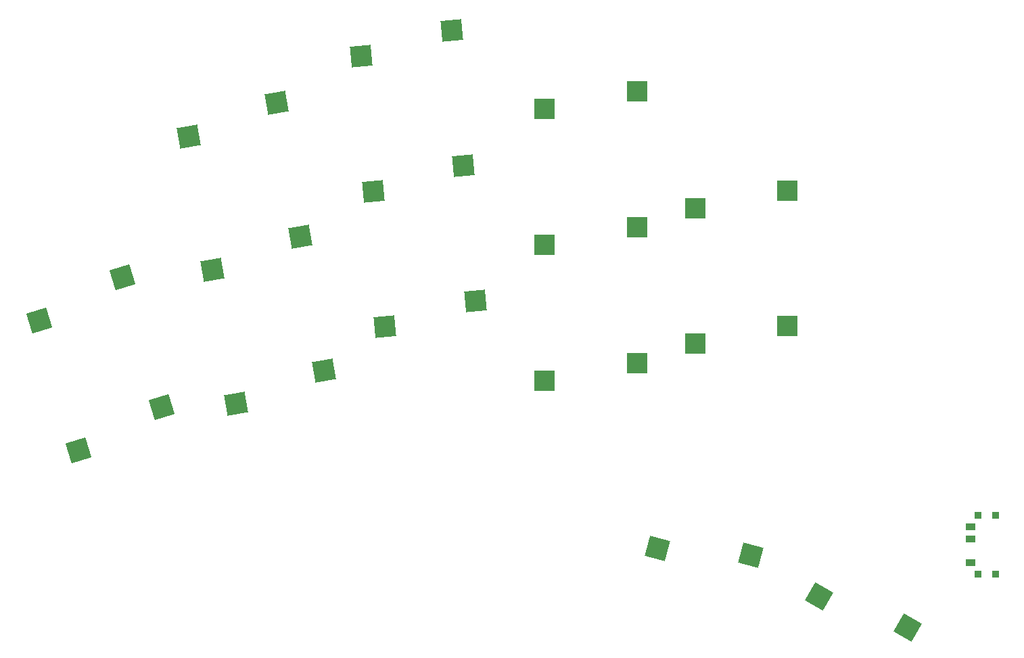
<source format=gtp>
%TF.GenerationSoftware,KiCad,Pcbnew,(6.0.4-0)*%
%TF.CreationDate,2022-05-16T08:39:31+02:00*%
%TF.ProjectId,battoota,62617474-6f6f-4746-912e-6b696361645f,v1.0.0*%
%TF.SameCoordinates,Original*%
%TF.FileFunction,Paste,Top*%
%TF.FilePolarity,Positive*%
%FSLAX46Y46*%
G04 Gerber Fmt 4.6, Leading zero omitted, Abs format (unit mm)*
G04 Created by KiCad (PCBNEW (6.0.4-0)) date 2022-05-16 08:39:31*
%MOMM*%
%LPD*%
G01*
G04 APERTURE LIST*
G04 Aperture macros list*
%AMRotRect*
0 Rectangle, with rotation*
0 The origin of the aperture is its center*
0 $1 length*
0 $2 width*
0 $3 Rotation angle, in degrees counterclockwise*
0 Add horizontal line*
21,1,$1,$2,0,0,$3*%
G04 Aperture macros list end*
%ADD10R,0.900000X0.900000*%
%ADD11R,1.250000X0.900000*%
%ADD12RotRect,2.600000X2.600000X10.000000*%
%ADD13RotRect,2.600000X2.600000X5.000000*%
%ADD14R,2.600000X2.600000*%
%ADD15RotRect,2.600000X2.600000X330.000000*%
%ADD16RotRect,2.600000X2.600000X17.000000*%
%ADD17RotRect,2.600000X2.600000X345.000000*%
G04 APERTURE END LIST*
D10*
%TO.C,T1*%
X161400140Y52144619D03*
X163600140Y59544619D03*
X163600140Y52144619D03*
X161400140Y59544619D03*
D11*
X160425140Y53594619D03*
X160425140Y56594619D03*
X160425140Y58094619D03*
%TD*%
D12*
%TO.C,S11*%
X73579149Y111173371D03*
X62586645Y107001157D03*
%TD*%
D13*
%TO.C,S15*%
X96965604Y103326961D03*
X85651298Y100128683D03*
%TD*%
D14*
%TO.C,S21*%
X118686087Y95636017D03*
X107136087Y93436017D03*
%TD*%
%TO.C,S29*%
X137493280Y100228852D03*
X125943280Y98028852D03*
%TD*%
D15*
%TO.C,S33*%
X152587897Y45485931D03*
X141485304Y49355675D03*
%TD*%
D12*
%TO.C,S7*%
X79483187Y77689907D03*
X68490683Y73517693D03*
%TD*%
D16*
%TO.C,S5*%
X54234545Y89377494D03*
X43832443Y83896730D03*
%TD*%
D14*
%TO.C,S27*%
X137493280Y83228852D03*
X125943280Y81028852D03*
%TD*%
D12*
%TO.C,S9*%
X76531168Y94431639D03*
X65538664Y90259425D03*
%TD*%
D13*
%TO.C,S13*%
X98447252Y86391651D03*
X87132946Y83193373D03*
%TD*%
%TO.C,S17*%
X95483957Y120262271D03*
X84169651Y117063993D03*
%TD*%
D17*
%TO.C,S31*%
X132942445Y54548731D03*
X121216600Y55413054D03*
%TD*%
D16*
%TO.C,S3*%
X59204864Y73120313D03*
X48802762Y67639549D03*
%TD*%
D14*
%TO.C,S23*%
X118686087Y112636017D03*
X107136087Y110436017D03*
%TD*%
%TO.C,S19*%
X118686087Y78636017D03*
X107136087Y76436017D03*
%TD*%
M02*

</source>
